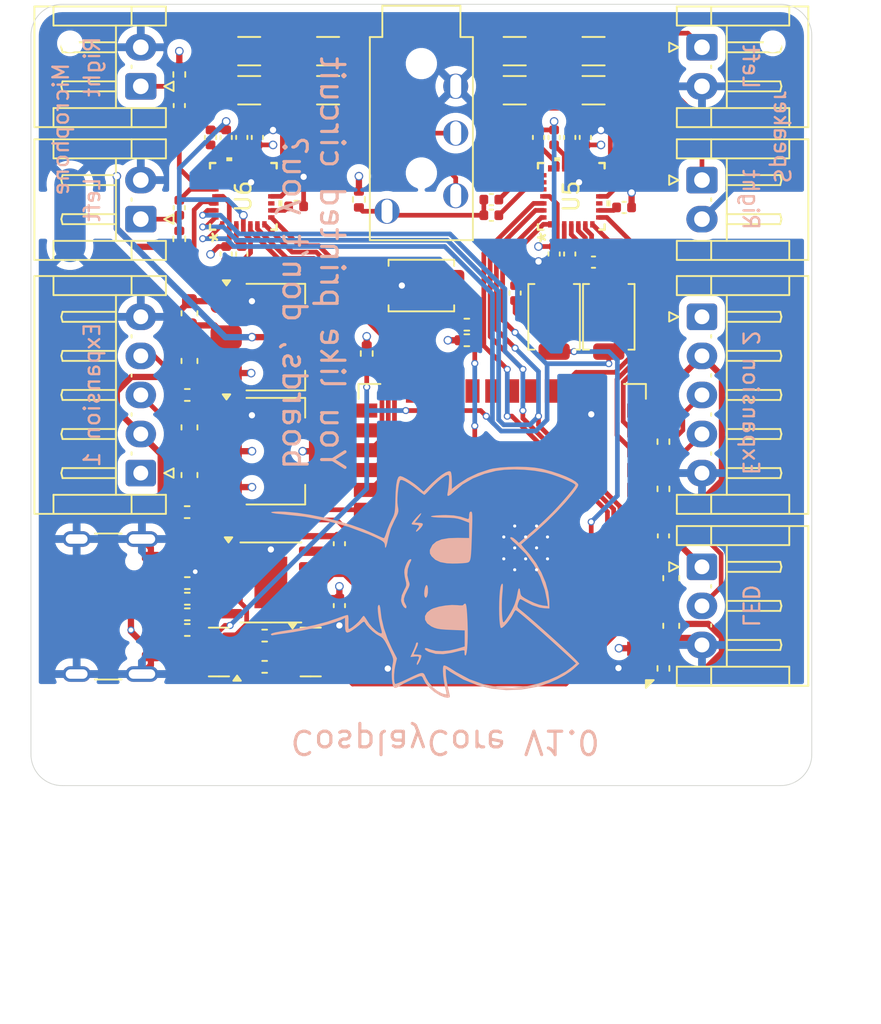
<source format=kicad_pcb>
(kicad_pcb (version 20241229) (generator "pcbnew") (generator_version "9.0")
  (layers (0 "F.Cu" signal) (4 "In1.Cu" signal) (6 "In2.Cu" signal) (2 "B.Cu" signal) (13 "F.Paste" user) (15 "B.Paste" user) (5 "F.SilkS" user "F.Silkscreen") (7 "B.SilkS" user "B.Silkscreen") (1 "F.Mask" user) (3 "B.Mask" user) (25 "Edge.Cuts" user))
  (net 0 "")
  (net 1 "+3V3D")
  (net 2 "GND")
  (net 3 "+5V")
  (net 4 "Net-(U2-V3)")
  (net 5 "+3V3A")
  (net 6 "GNDA")
  (net 7 "/Headset_Left")
  (net 8 "/Headset_Right")
  (net 9 "/Headset_Mic")
  (net 10 "Net-(U5-ROUT1)")
  (net 11 "Net-(U5-HPCOM)")
  (net 12 "/Mic_Left")
  (net 13 "/Mic_Right")
  (net 14 "/MOSI")
  (net 15 "Net-(U5-LOUT1)")
  (net 16 "Net-(U5-VMID)")
  (net 17 "/SPI_CLK")
  (net 18 "Net-(U5-VREF)")
  (net 19 "Net-(U5-LINPUT1)")
  (net 20 "Net-(U5-RINPUT1)")
  (net 21 "/GPIO0")
  (net 22 "/MCU_EN")
  (net 23 "/Ext->Int_Out")
  (net 24 "/Ext->Int_CLK")
  (net 25 "/Ext->Int_LRC")
  (net 27 "/Ext->Int_In")
  (net 28 "/Int->Ext_Select")
  (net 29 "/Int->Ext_LRC")
  (net 30 "Net-(J1-CC2)")
  (net 31 "/Int->Ext_Out")
  (net 32 "/Int->Ext_CLK")
  (net 33 "/Speaker_Right")
  (net 34 "/Int->Ext_In")
  (net 35 "/Speaker_Left")
  (net 36 "Net-(J1-D+-PadA6)")
  (net 38 "Net-(J1-D--PadA7)")
  (net 39 "Net-(J1-CC1)")
  (net 40 "/RTS")
  (net 41 "Net-(Q1-B)")
  (net 42 "/DTR")
  (net 43 "Net-(Q2-B)")
  (net 44 "/USB_D-")
  (net 45 "/USB_D+")
  (net 46 "/Prog_TX")
  (net 47 "/LED_Data")
  (net 49 "/Prog_RX")
  (net 55 "Net-(U6-ROUT1)")
  (net 56 "Net-(U6-HPCOM)")
  (net 57 "Net-(U6-LOUT1)")
  (net 58 "Net-(U6-VMID)")
  (net 59 "Net-(U6-VREF)")
  (net 60 "Net-(U6-LINPUT1)")
  (net 61 "Net-(U6-RINPUT1)")
  (net 67 "/Ext->Int_Select")
  (net 71 "unconnected-(U8-NC-Pad17)")
  (net 80 "/Gen_Button")
  (net 81 "Net-(R11-Pad1)")
  (net 82 "/Out_CLK1")
  (net 83 "/Out_DAT1")
  (net 84 "/Out_CLK2")
  (net 85 "/Out_DAT2")
  (footprint "MountingHole:ToolingHole_1.152mm" (layer "F.Cu") (at 170.5 123.5)
    (property "Reference" "H3" (hide yes))
    (property "Value" "ToolingHole")
  )
  (footprint "Connector_JST:JST_EH_S2B-EH_1x02_P2.50mm_Horizontal" (layer "F.Cu") (at 165.9675 87.25 -90)
    (property "Reference" "J7" (hide yes))
    (property "Value" "Right_Speaker")
  )
  (footprint "Capacitor_SMD:C_1206_3216Metric" (layer "F.Cu") (at 136.975 81.5 180)
    (property "Reference" "C30" (hide yes))
    (property "Value" "100u")
  )
  (footprint "Button_Switch_SMD:SW_SPST_TS-1088-xR020" (layer "F.Cu") (at 156.5 96 -90)
    (property "Reference" "SW2" (hide yes))
    (property "Value" "SW_Push")
  )
  (footprint "Capacitor_SMD:C_0603_1608Metric" (layer "F.Cu") (at 133.15 106.125 -90)
    (property "Reference" "C1" (hide yes))
    (property "Value" "10u")
  )
  (footprint "Capacitor_SMD:C_1206_3216Metric" (layer "F.Cu") (at 159.025 81.5 180)
    (property "Reference" "C14" (hide yes))
    (property "Value" "100u")
  )
  (footprint "Capacitor_SMD:C_0402_1005Metric" (layer "F.Cu") (at 136.5 91.98 90)
    (property "Reference" "C28" (hide yes))
    (property "Value" "100n")
  )
  (footprint "Button_Switch_SMD:SW_SPST_TS-1088-xR020" (layer "F.Cu") (at 148 94)
    (property "Reference" "SW3" (hide yes))
    (property "Value" "SW_Push")
  )
  (footprint "Resistor_SMD:R_0402_1005Metric" (layer "F.Cu") (at 132.5 91.01 -90)
    (property "Reference" "R8" (hide yes))
    (property "Value" "10k")
  )
  (footprint "Capacitor_SMD:C_0402_1005Metric" (layer "F.Cu") (at 135.5 91.98 90)
    (property "Reference" "C25" (hide yes))
    (property "Value" "100n")
  )
  (footprint "Capacitor_SMD:C_1206_3216Metric" (layer "F.Cu") (at 159.025 79 180)
    (property "Reference" "C13" (hide yes))
    (property "Value" "100u")
  )
  (footprint "Resistor_SMD:R_0402_1005Metric" (layer "F.Cu") (at 150.91 97.5 180)
    (property "Reference" "R7" (hide yes))
    (property "Value" "51k")
  )
  (footprint "Capacitor_SMD:C_0402_1005Metric" (layer "F.Cu") (at 163.5 110.02 -90)
    (property "Reference" "C4" (hide yes))
    (property "Value" "100n")
  )
  (footprint "Connector_JST:JST_EH_S5B-EH_1x05_P2.50mm_Horizontal" (layer "F.Cu") (at 130.0325 106 90)
    (property "Reference" "J2" (hide yes))
    (property "Value" "I2C")
  )
  (footprint "Capacitor_SMD:C_0402_1005Metric" (layer "F.Cu") (at 157.5 84.52 -90)
    (property "Reference" "C23" (hide yes))
    (property "Value" "4.7u")
  )
  (footprint "Connector_JST:JST_EH_S2B-EH_1x02_P2.50mm_Horizontal" (layer "F.Cu") (at 165.9675 78.75 -90)
    (property "Reference" "J5" (hide yes))
    (property "Value" "Left_Speaker")
  )
  (footprint "Connector_JST:JST_EH_S2B-EH_1x02_P2.50mm_Horizontal" (layer "F.Cu") (at 130.0325 89.75 90)
    (property "Reference" "J4" (hide yes))
    (property "Value" "Left_Mic")
  )
  (footprint "Capacitor_SMD:C_0603_1608Metric" (layer "F.Cu") (at 133.15 95.775 -90)
    (property "Reference" "C40" (hide yes))
    (property "Value" "22u")
  )
  (footprint "Capacitor_SMD:C_0402_1005Metric" (layer "F.Cu") (at 135.5 84.52 -90)
    (property "Reference" "C33" (hide yes))
    (property "Value" "4.7u")
  )
  (footprint "Capacitor_SMD:C_0402_1005Metric" (layer "F.Cu") (at 156.5 91.98 90)
    (property "Reference" "C12" (hide yes))
    (property "Value" "100n")
  )
  (footprint "Resistor_SMD:R_0402_1005Metric" (layer "F.Cu") (at 163.5 103.99 90)
    (property "Reference" "R15" (hide yes))
    (property "Value" "5.1k" (hide yes))
  )
  (footprint "MountingHole:ToolingHole_1.152mm" (layer "F.Cu") (at 170.5 78.5)
    (property "Reference" "H5" (hide yes))
    (property "Value" "ToolingHole")
  )
  (footprint "Resistor_SMD:R_0402_1005Metric" (layer "F.Cu") (at 137.965 116.4)
    (property "Reference" "R5" (hide yes))
    (property "Value" "10k")
  )
  (footprint "Connector_USB:USB_C_Receptacle_GCT_USB4105-xx-A_16P_TopMnt_Horizontal" (layer "F.Cu") (at 127 114.54 -90)
    (property "Reference" "J1" (hide yes))
    (property "Value" "USB Port")
  )
  (footprint "Package_TO_SOT_SMD:SOT-223-3_TabPin2" (layer "F.Cu") (at 138.65 104.6)
    (property "Reference" "U1" (hide yes))
    (property "Value" "AMS1117-3.3")
  )
  (footprint "Capacitor_SMD:C_0402_1005Metric" (layer "F.Cu") (at 155.5 84.52 -90)
    (property "Reference" "C19" (hide yes))
    (property "Value" "4.7u")
  )
  (footprint "Capacitor_SMD:C_1206_3216Metric" (layer "F.Cu") (at 136.975 79 180)
    (property "Reference" "C31" (hide yes))
    (property "Value" "100u")
  )
  (footprint "Capacitor_SMD:C_0402_1005Metric" (layer "F.Cu") (at 152.48 89.5)
    (property "Reference" "C21" (hide yes))
    (property "Value" "1u")
  )
  (footprint "Capacitor_SMD:C_0402_1005Metric" (layer "F.Cu") (at 157.5 91.98 90)
    (property "Reference" "C15" (hide yes))
    (property "Value" "100n")
  )
  (footprint "Capacitor_SMD:C_1206_3216Metric" (layer "F.Cu") (at 153.975 79 180)
    (property "Reference" "C18" (hide yes))
    (property "Value" "100u")
  )
  (footprint "Resistor_SMD:R_0402_1005Metric" (layer "F.Cu") (at 144.5 98.348403 90)
    (property "Reference" "R14" (hide yes))
    (property "Value" "10k")
  )
  (footprint "Capacitor_SMD:C_0603_1608Metric" (layer "F.Cu") (at 164 115.775 -90)
    (property "Reference" "C10" (hide yes))
    (property "Value" "1u")
  )
  (footprint "Capacitor_SMD:C_0402_1005Metric" (layer "F.Cu") (at 156.5 84.52 -90)
    (property "Reference" "C20" (hide yes))
    (property "Value" "4.7u")
  )
  (footprint "Capacitor_SMD:C_0402_1005Metric" (layer "F.Cu") (at 142.75 110.52 90)
    (property "Reference" "C6" (hide yes))
    (property "Value" "100n")
  )
  (footprint "Capacitor_SMD:C_0402_1005Metric" (layer "F.Cu") (at 134.5 84.52 -90)
    (property "Reference" "C32" (hide yes))
    (property "Value" "4.7u")
  )
  (footprint "Capacitor_SMD:C_0402_1005Metric" (layer "F.Cu") (at 142.75 114.48 90)
    (property "Reference" "C5" (hide yes))
    (property "Value" "100n")
  )
  (footprint "Resistor_SMD:R_0402_1005Metric" (layer "F.Cu") (at 150.91 96.5)
    (property "Reference" "R11" (hide yes))
    (property "Value" "1k")
  )
  (footprint "Resistor_SMD:R_0402_1005Metric" (layer "F.Cu") (at 133.01 115.04)
    (property "Reference" "R2" (hide yes))
    (property "Value" "22")
  )
  (footprint "Package_SO:SSOP-10-1EP_3.9x4.9mm_P1mm_EP2.1x3.3mm" (layer "F.Cu") (at 138.3625 113)
    (property "Reference" "U2" (hide yes))
    (property "Value" "CH340K")
  )
  (footprint "MountingHole:ToolingHole_1.152mm" (layer "F.Cu") (at 125.5 123.5)
    (property "Reference" "H4" (hide yes))
    (property "Value" "ToolingHole")
  )
  (footprint "PJ-320A:PJ-320A" (layer "F.Cu") (at 150.2 76.095 -90)
    (property "Reference" "U4" (hide yes))
    (property "Value" "Headphone Jack")
  )
  (footprint "Package_TO_SOT_SMD:SOT-23" (layer "F.Cu") (at 135.0375 117.45 180)
    (property "Reference" "Q2" (hide yes))
    (property "Value" "MMBT3904")
  )
  (footprint "Capacitor_SMD:C_0402_1005Metric" (layer "F.Cu") (at 160.98 89)
    (property "Reference" "C16" (hide yes))
    (property "Value" "4.7u")
  )
  (footprint "Resistor_SMD:R_0402_1005Metric" (layer "F.Cu") (at 133 108.5 180)
    (property "Reference" "R17" (hide yes))
    (property "Value" "5.1k" (hide yes))
  )
  (footprint "RF_Module:ESP32-WROOM-32E" (layer "F.Cu") (at 153.17665 113.247678 180)
    (property "Reference" "U8" (hide yes))
    (property "Value" "ESP32-WROOM-32E")
  )
  (footprint "Connector_JST:JST_EH_S3B-EH_1x03_P2.50mm_Horizontal" (layer "F.Cu") (at 165.9675 112 -90)
    (property "Reference" "J3" (hide yes))
    (property "Value" "LED")
  )
  (footprint "Resistor_SMD:R_0402_1005Metric" (layer "F.Cu") (at 137.965 118.4 180)
    (property "Reference" "R6" (hide yes))
    (property "Value" "10k")
  )
  (footprint "footprints:QFN28_4X4_CIR" (layer "F.Cu") (at 157.599999 88.2907 90)
    (property "Reference" "U5")
    (property "Value" "WM8988LGECN/V")
  )
  (footprint "Capacitor_SMD:C_0402_1005Metric" (layer "F.Cu") (at 132.5 82.48 -90)
    (property "Reference" "C37" (hide yes))
    (property "Value" "1u")
  )
  (footprint "Connector_JST:JST_EH_S2B-EH_1x02_P2.50mm_Horizontal" (layer "F.Cu") (at 130.0325 81.25 90)
    (property "Reference" "J6" (hide yes))
    (property "Value" "Right_Mic")
  )
  (footprint "Capacitor_SMD:C_0402_1005Metric" (layer "F.Cu") (at 136.5 84.52 -90)
    (property "Reference" "C36" (hide yes))
    (property "Value" "4.7u")
  )
  (footprint "Resistor_SMD:R_0402_1005Metric" (layer "F.Cu") (at 132.5 80.49 90)
    (property "Reference" "R10" (hide yes))
    (property "Value" "10k")
  )
  (footprint "Package_TO_SOT_SMD:SOT-223-3_TabPin2" (layer "F.Cu") (at 138.65 97.3)
    (property "Reference" "U7" (hide yes))
    (property "Value" "AMS1117-3.3")
  )
  (footprint "footprints:QFN28_4X4_CIR" (layer "F.Cu") (at 136.599999 88.2907 90)
    (property "Reference" "U6")
    (property "Value" "WM8988LGECN/V")
  )
  (footprint "Resistor_SMD:R_0402_1005Metric" (layer "F.Cu") (at 163.5 107.01 90)
    (property "Reference" "R12" (hide yes))
    (property "Value" "5.1k" (hide yes))
  )
  (footprint "Resistor_SMD:R_0402_1005Metric" (layer "F.Cu") (at 144 88.49 -90)
    (property "Reference" "R9" (hide yes))
    (property "Value" "10k")
  )
  (footprint "Package_TO_SOT_SMD:SOT-23" (layer "F.Cu") (at 140.9125 117.45)
    (property "Reference" "Q1" (hide yes))
    (property "Value" "MMBT3904")
  )
  (footprint "Resistor_SMD:R_0402_1005Metric" (layer "F.Cu") (at 133.01 116.04)
    (property "Reference" "R4" (hide yes))
    (property "Value" "5.1k")
  )
  (footprint "Resistor_SMD:R_0402_1005Metric" (layer "F.Cu") (at 163.5 118.5 -90)
    (property "Reference" "R13" (hide yes))
    (property "Value" "10k")
  )
  (footprint "Capacitor_SMD:C_1206_3216Metric" (layer "F.Cu") (at 142.025 81.5 180)
    (property "Reference" "C27" (hide yes))
    (property "Value" "100u")
  )
  (footprint "Capacitor_SMD:C_0402_1005Metric" (layer "F.Cu") (at 154 94.48 -90)
    (property "Reference" "C8" (hide yes))
    (property "Value" "100n")
  )
  (footprint "Capacitor_SMD:C_0402_1005Metric" (layer "F.Cu") (at 152.48 88.5)
    (property "Reference" "C24" (hide yes))
    (property "Value" "1u")
  )
  (footprint "Capacitor_SMD:C_0402_1005Metric" (layer "F.Cu") (at 158.5 84.52 -90)
    (property "Reference" "C22" (hide yes))
    (property "Value" "4.7u")
  )
  (footprint "Resistor_SMD:R_0402_1005Metric" (layer "F.Cu") (at 133.01 113.04)
    (property "Reference" "R3" (hide yes))
    (property "Value" "5.1k")
  )
  (footprint "Capacitor_SMD:C_0603_1608Metric" (layer "F.Cu") (at 164 112.725 -90)
    (property "Reference" "C9" (hide yes))
    (property "Value" "100n")
  )
  (footprint "Capacitor_SMD:C_0603_1608Metric" (layer "F.Cu") (at 133.15 103.075 -90)
    (property "Reference" "C3" (hide yes))
    (property "Value" "22u")
  )
  (footprint "Capacitor_SMD:C_0402_1005Metric" (layer "F.Cu") (at 132.5 89.02 90)
    (property "Reference" "C34" (hide yes))
    (property "Value" "1u")
  )
  (footprint "Capacitor_SMD:C_0402_1005Metric" (layer "F.Cu") (at 159.02 92.5)
    (property "Reference" "C7" (hide yes))
    (property "Value" "100n")
  )
  (footprint "MountingHole:ToolingHole_1.152mm" (layer "F.Cu") (at 125.5 78.5)
    (property "Reference" "H2" (hide yes))
    (property "Value" "ToolingHole")
  )
  (footprint "Resistor_SMD:R_0402_1005Metric" (layer "F.Cu") (at 133.01 114.04)
    (property "Reference" "R1" (hide yes))
    (property "Value" "22")
  )
  (footprint "Capacitor_SMD:C_1206_3216Metric" (layer "F.Cu") (at 153.975 81.5 180)
    (property "Reference" "C17" (hide yes))
    (property "Value" "100u")
  )
  (footprint "Button_Switch_SMD:SW_SPST_TS-1088-xR020" (layer "F.Cu") (at 160 96 -90)
    (property "Reference" "SW1" (hide yes))
    (property "Value" "SW_Push")
  )
  (footprint "Connector_JST:JST_EH_S5B-EH_1x05_P2.50mm_Horizontal" (layer "F.Cu") (at 165.9675 96 -90)
    (property "Reference" "J8" (hide yes))
    (property "Value" "I2C")
  )
  (footprint "Capacitor_SMD:C_1206_3216Metric" (layer "F.Cu") (at 142.025 79 180)
    (property "Reference" "C26" (hide yes))
    (property "Value" "100u")
  )
  (footprint "Capacitor_SMD:C_0603_1608Metric" (layer "F.Cu") (at 133.15 98.825 -90)
    (property "Reference" "C39" (hide yes))
    (property "Value" "10u")
  )
  (footprint "Resistor_SMD:R_0402_1005Metric" (layer "F.Cu") (at 133.01 101)
    (property "Reference" "R16" (hide yes))
    (property "Value" "5.1k" (hide yes))
  )
  (footprint "Capacitor_SMD:C_0402_1005Metric" (layer "F.Cu") (at 139.98 88.931199)
    (property "Reference" "C29" (hide yes))
    (property "Value" "4.7u")
  )
  (footprint "Capacitor_SMD:C_0402_1005Metric" (layer "F.Cu") (at 137.5 84.52 -90)
    (property "Reference" "C35" (hide yes))
    (property "Value" "4.7u")
  )
  (footprint "NetTie:NetTie-2_SMD_Pad2.0mm" (layer "B.Cu") (at 125.5 89.5 90)
    (property "Reference" "NT2" (hide yes))
    (property "Value" "NetTie_2" (hide yes))
  )
  (footprint "LOGO" (layer "B.Cu") (at 149 113 90)
    (property "Reference" "G***" (hide yes))
    (property "Value" "LOGO" (hide yes))
  )
  (gr_line (start 173 78) (end 173 124) (stroke (width 0.05)) (layer "Edge.Cuts"))
  (gr_arc (start 171 76) (mid 172.414214 76.585786) (end 173 78) (stroke (width 0.05)) (layer "Edge.Cuts"))
  (gr_line (start 123 124) (end 123 78) (stroke (width 0.05)) (layer "Edge.Cuts"))
  (gr_arc (start 125 126) (mid 123.585786 125.414214) (end 123 124) (stroke (width 0.05)) (layer "Edge.Cuts"))
  (gr_arc (start 123 78) (mid 123.585786 76.585786) (end 125 76) (stroke (width 0.05)) (layer "Edge.Cuts"))
  (gr_line (start 125 76) (end 171 76) (stroke (width 0.05)) (layer "Edge.Cuts"))
  (gr_line (start 171 126) (end 125 126) (stroke (width 0.05)) (layer "Edge.Cuts"))
  (gr_arc (start 173 124) (mid 172.414214 125.414214) (end 171 126) (stroke (width 0.05)) (layer "Edge.Cuts"))
  (gr_text "Right" (at 168.5 88.5 270) (layer "B.SilkS") (effects (font (size 1 1)) (justify bottom mirror)))
  (gr_text "Left" (at 127.5 88.5 90) (layer "B.SilkS") (effects (font (size 1 1)) (justify bottom mirror)))
  (gr_text "Speaker" (at 170.5 84.5 270) (layer "B.SilkS") (effects (font (size 1 1)) (justify bottom mirror)))
  (gr_text "CosplayCore V1.0" (at 139.5 122.325 180) (layer "B.SilkS") (effects (font (size 1.5 1.5) (thickness 0.2)) (justify left bottom mirror)))
  (gr_text "LED" (at 168.5 114.5 270) (layer "B.SilkS") (effects (font (size 1 1)) (justify bottom mirror)))
  (gr_text "Left" (at 168.5 80 270) (layer "B.SilkS") (effects (font (size 1 1)) (justify bottom mirror)))
  (gr_text "You like printed circuit\nboards, don't you?" (at 139 105.91 270) (layer "B.SilkS") (effects (font (size 1.5 1.5) (thickness 0.2)) (justify left bottom mirror)))
  (gr_text "Right" (at 127.5 80 90) (layer "B.SilkS") (effects (font (size 1 1)) (justify bottom mirror)))
  (gr_text "Expansion 2" (at 168.5 101.5 270) (layer "B.SilkS") (effects (font (size 1 1)) (justify bottom mirror)))
  (gr_text "Microphone" (at 125.5 84 90) (layer "B.SilkS") (effects (font (size 1 1)) (justify bottom mirror)))
  (gr_text "Expansion 1" (at 127.5 101 90) (layer "B.SilkS") (effects (font (size 1 1)) (justify bottom mirror)))
  (segment (start 167.2435 106.47676) (end 167.2435 99.776) (width 0.4) (layer "F.Cu") (net 1))
  (segment (start 160.65 117.208403) (end 162 117.208403) (width 0.4) (layer "F.Cu") (net 1))
  (segment (start 144.5 97.838403) (end 144.5 97.25) (width 0.4) (layer "F.Cu") (net 1))
  (segment (start 164 115) (end 164.651 115.651) (width 0.4) (layer "F.Cu") (net 1))
  (segment (start 165.71026 119.01) (end 163.5 119.01) (width 0.4) (layer "F.Cu") (net 1))
  (segment (start 135.699998 90.0814) (end 135.699998 91.300002) (width 0.3) (layer "F.Cu") (net 1))
  (segment (start 161.92665 117.237678) (end 162.237678 117.237678) (width 0.2) (layer "F.Cu") (net 1))
  (segment (start 156.699998 88.786498) (end 156.699998 90.0814) (width 0.3) (layer "F.Cu") (net 1))
  (segment (start 163.5 100.9675) (end 165.9675 98.5) (width 0.4) (layer "F.Cu") (net 1))
  (segment (start 141 114) (end 142.75 114) (width 0.4) (layer "F.Cu") (net 1))
  (segment (start 133.15 103.85) (end 134.75 103.85) (width 0.4) (layer "F.Cu") (net 1))
  (segment (start 135.699998 91.300002) (end 135.5 91.5) (width 0.3) (layer "F.Cu") (net 1))
  (segment (start 128.5 101.9675) (end 130.0325 103.5) (width 0.4) (layer "F.Cu") (net 1))
  (segment (start 156.5 91.5) (end 155.5 91.5) (width 0.3) (layer "F.Cu") (net 1))
  (segment (start 135.699998 88.699998) (end 135.699998 90.0814) (width 0.3) (layer "F.Cu") (net 1))
  (segment (start 136.15 90.0814) (end 136.15 91.15) (width 0.3) (layer "F.Cu") (net 1))
  (segment (start 162.979 118.489) (end 163.5 119.01) (width 0.2) (layer "F.Cu") (net 1))
  (segment (start 156.699998 91.300002) (end 156.5 91.5) (width 0.3) (layer "F.Cu") (net 1))
  (segment (start 167.2435 99.776) (end 165.9675 98.5) (width 0.4) (layer "F.Cu") (net 1))
  (segment (start 166.20026 107.52) (end 167.2435 106.47676) (width 0.4) (layer "F.Cu") (net 1))
  (segment (start 156.699998 90.0814) (end 156.699998 91.300002) (width 0.3) (layer "F.Cu") (net 1))
  (segment (start 131.349 99.849) (end 129.43074 99.849) (width 0.4) (layer "F.Cu") (net 1))
  (segment (start 134.809299 88.2907) (end 135.2907 88.2907) (width 0.3) (layer "F.Cu") (net 1))
  (segment (start 132.49 108.5) (end 131.3085 107.3185) (width 0.4) (layer "F.Cu") (net 1))
  (segment (start 162.979 117.979) (end 162.979 118.489) (width 0.2) (layer "F.Cu") (net 1))
  (segment (start 163.5 103.48) (end 163.5 100.9675) (width 0.4) (layer "F.Cu") (net 1))
  (segment (start 167.2435 117.47676) (end 165.71026 119.01) (width 0.4) (layer "F.Cu") (net 1))
  (segment (start 164 113.5) (end 164 115) (width 0.4) (layer "F.Cu") (net 1))
  (segment (start 155.809299 88.2907) (end 156.2042 88.2907) (width 0.3) (layer "F.Cu") (net 1))
  (segment (start 135.2907 88.2907) (end 135.699998 88.699998) (width 0.3) (layer "F.Cu") (net 1))
  (segment (start 135.5 91.5) (end 135 91.5) (width 0.3) (layer "F.Cu") (net 1))
  (segment (start 157.15 90.0814) (end 157.15 91.15) (width 0.3) (layer "F.Cu") (net 1))
  (segment (start 135 91.5) (end 134.5 92) (width 0.3) (layer "F.Cu") (net 1))
  (segment (start 136.5 91.5) (end 135.5 91.5) (width 0.3) (layer "F.Cu") (net 1))
  (segment (start 135.5 104.6) (end 137.15 104.6) (width 0.4) (layer "F.Cu") (net 1))
  (segment (start 131.3085 104.776) (end 130.0325 103.5) (width 0.4) (layer "F.Cu") (net 1))
  (segment (start 142.75 114) (end 142.75 113.25) (width 0.4) (layer "F.Cu") (net 1))
  (segment (start 129.43074 99.849) (end 128.5 100.77974) (width 0.4) (layer "F.Cu") (net 1))
  (segment (start 131.3085 107.3185) (end 131.3085 104.776) (width 0.4) (layer "F.Cu") (net 1))
  (segment (start 157.15 91.15) (end 157.5 91.5) (width 0.3) (layer "F.Cu") (net 1))
  (segment (start 128.5 100.77974) (end 128.5 101.9675) (width 0.4) (layer "F.Cu") (net 1))
  (segment (start 166.37126 115.651) (end 167.2435 116.52324) (width 0.4) (layer "F.Cu") (net 1))
  (segment (start 136.15 91.15) (end 136.5 91.5) (width 0.3) (layer "F.Cu") (net 1))
  (segment (start 140.4 104.6) (end 141.8 104.6) (width 0.4) (layer "F.Cu") (net 1))
  (segment (start 163.5 107.52) (end 166.20026 107.52) (width 0.4) (layer "F.Cu") (net 1))
  (segment (start 156.2042 88.2907) (end 156.699998 88.786498) (width 0.3) (layer "F.Cu") (net 1))
  (segment (start 132.5 101) (end 131.349 99.849) (width 0.4) (layer "F.Cu") (net 1))
  (segment (start 149.7 97.5) (end 150.4 97.5) (width 0.4) (layer "F.Cu") (net 1))
  (segment (start 167.2435 116.52324) (end 167.2435 117.47676) (width 0.4) (layer "F.Cu") (net 1))
  (segment (start 134.75 103.85) (end 135.5 104.6) (width 0.4) (layer "F.Cu") (net 1))
  (segment (start 162.237678 117.237678) (end 162.979 117.979) (width 0.2) (layer "F.Cu") (net 1))
  (segment (start 164.651 115.651) (end 166.37126 115.651) (width 0.4) (layer "F.Cu") (net 1))
  (via (at 140.4 104.6) (size 0.55) (drill 0.4) (layers "F.Cu" "B.Cu") (net 1))
  (via (at 155.5 91.5) (size 0.55) (drill 0.4) (layers "F.Cu" "B.Cu") (net 1))
  (via (at 149.7 97.5) (size 0.55) (drill 0.4) (layers "F.Cu" "B.Cu") (net 1))
  (via (at 144.5 97.25) (size 0.55) (drill 0.4) (layers "F.Cu" "B.Cu") (net 1))
  (via (at 137.15 104.6) (size 0.55) (drill 0.4) (layers "F.Cu" "B.Cu") (net 1))
  (via (at 160.65 117.208403) (size 0.55) (drill 0.4) (layers "F.Cu" "B.Cu") (net 1))
  (via (at 142.75 113.25) (size 0.55) (drill 0.4) (layers "F.Cu" "B.Cu") (net 1))
  (via (at 134.5 92) (size 0.55) (drill 0.4) (layers "F.Cu" "B.Cu") (net 1))
  (segment (start 157.599999 90.0814) (end 157.599999 90.733161) (width 0.3) (layer "F.Cu") (net 2))
  (segment (start 133.15 102.3) (end 135.5 102.3) (width 0.4) (layer "F.Cu") (net 2))
  (segment (start 164 116.55) (end 165.5175 116.55) (width 0.4) (layer "F.Cu") (net 2))
  (segment (start 145.848403 118.51) (end 144.419122 118.51) (width 0.4) (layer "F.Cu") (net 2))
  (segment (start 137.061 91.061) (end 136.75 90.75) (width 0.3) (layer "F.Cu") (net 2))
  (segment (start 136.75 90.75) (end 136.599999 90.599999) (width 0.3) (layer "F.Cu") (net 2))
  (segment (start 132.374 97.274) (end 132.374 95.776) (width 0.4) (layer "F.Cu") (net 2))
  (segment (start 138.3625 110.8875) (end 138.3625 113) (width 0.4) (layer "F.Cu") (net 2))
  (segment (start 155.5 84.04) (end 156.5 84.04) (width 0.3) (layer "F.Cu") (net 2))
  (segment (start 133.15 95) (end 135.5 95) (width 0.4) (layer "F.Cu") (net 2))
  (segment (start 154 93.96) (end 155.5 92.46) (width 0.4) (layer "F.Cu") (net 2))
  (segment (start 130.68 117.74) (end 130.68 118.285) (width 0.4) (layer "F.Cu") (net 2))
  (segment (start 136.5 92.46) (end 137.061 91.899) (width 0.3) (layer "F.Cu") (net 2))
  (segment (start 157.54 92.5) (end 157.5 92.46) (width 0.4) (layer "F.Cu") (net 2))
  (segment (start 132.95 102.1) (end 133.15 102.3) (width 0.4) (layer "F.Cu") (net 2))
  (segment (start 132.85 102.6) (end 133.15 102.3) (width 0.4) (layer "F.Cu") (net 2))
  (segment (start 156.5 93.775) (end 156.5 92.46) (width 0.4) (layer "F.Cu") (net 2))
  (segment (start 157.5 92.46) (end 156.5 92.46) (width 0.3) (layer "F.Cu") (net 2))
  (segment (start 133.52 116.04) (end 134.5865 114.9735) (width 0.4) (layer "F.Cu") (net 2))
  (segment (start 137.061 91.899) (end 137.061 91.061) (width 0.3) (layer "F.Cu") (net 2))
  (segment (start 142.75 110.04) (end 139.21 110.04) (width 0.4) (layer "F.Cu") (net 2))
  (segment (start 132.374 95.776) (end 133.15 95) (width 0.4) (layer "F.Cu") (net 2))
  (segment (start 160 93.775) (end 156.5 93.775) (width 0.4) (layer "F.Cu") (net 2))
  (segment (start 135.5 102.3) (end 137.15 102.3) (width 0.4) (layer "F.Cu") (net 2))
  (segment (start 162.28 118.758403) (end 162 118.478403) (width 0.4) (layer "F.Cu") (net 2))
  (segment (start 136.599999 89.5) (end 136.599999 90.0814) (width 0.3) (layer "F.Cu") (net 2))
  (segment (start 133.15 105.35) (end 132.374 104.574) (width 0.4) (layer "F.Cu") (net 2))
  (segment (start 134.5865 113.659032) (end 135.245532 113) (width 0.4) (layer "F.Cu") (net 2))
  (segment (start 156.5 84.04) (end 156.5 83.5) (width 0.3) (layer "F.Cu") (net 2))
  (segment (start 163.5 110.5) (end 163.5 111.45) (width 0.4) (layer "F.Cu") (net 2))
  (segment (start 130.68 111.34) (end 130.68 110.795) (width 0.4) (layer "F.Cu") (net 2))
  (segment (start 132.374 104.574) (end 132.374 103.076) (width 0.4) (layer "F.Cu") (net 2))
  (segment (start 139.21 110.04) (end 138.3625 110.8875) (width 0.4) (layer "F.Cu") (net 2))
  (segment (start 158.061 91.899) (end 157.5 92.46) (width 0.3) (layer "F.Cu") (net 2))
  (segment (start 130.68 118.285) (end 130.105 118.86) (width 0.4) (layer "F.Cu") (net 2))
  (segment (start 158.061 91.194162) (end 158.061 91.899) (width 0.3) (layer "F.Cu") (net 2))
  (segment (start 134.5 84.04) (end 135.5 84.04) (width 0.3) (layer "F.Cu") (net 2))
  (segment (start 163.224 115.774) (end 164 116.55) (width 0.4) (layer "F.Cu") (net 2))
  (segment (start 135.245532 113) (end 135.725 113) (width 0.4) (layer "F.Cu") (net 2))
  (segment (start 158.879122 102.237525) (end 158.879122 100.75) (width 0.4) (layer "F.Cu") (net 2))
  (segment (start 162.16 118.318403) (end 162 118.478403) (width 0.4) (layer "F.Cu") (net 2))
  (segment (start 155.5 92.46) (end 156.5 92.46) (width 0.3) (layer "F.Cu") (net 2))
  (segment (start 130.68 110.795) (end 130.105 110.22) (width 0.4) (layer "F.Cu") (net 2))
  (segment (start 145.775 94) (end 146.75 94) (width 0.3) (layer "F.Cu") (net 2))
  (segment (start 135.725 113) (end 138.3625 113) (width 0.4) (layer "F.Cu") (net 2))
  (segment (start 145.775 94) (end 145.5 94) (width 0.3) (layer "F.Cu") (net 2))
  (segment (start 157.599999 90.733161) (end 158.061 91.194162) (width 0.3) (layer "F.Cu") (net 2))
  (segment (start 135.5 84.04) (end 135.5 83.5) (width 0.3) (layer "F.Cu") (net 2))
  (segment (start 135.5 92.46) (end 136.5 92.46) (width 0.3) (layer "F.Cu") (net 2))
  (segment (start 163.224 112.726) (end 163.224 115.774) (width 0.4) (layer "F.Cu") (net 2))
  (segment (start 164 111.95) (end 163.224 112.726) (width 0.4) (layer "F.Cu") (net 2))
  (segment (start 142.75 114.96) (end 142.75 115.75) (width 0.4) (layer "F.Cu") (net 2))
  (segment (start 137.15 95) (end 135.5 95) (width 0.4) (layer "F.Cu") (net 2))
  (segment (start 160.62 118.478403) (end 162 118.478403) (width 0.4) (layer "F.Cu") (net 2))
  (segment (start 132.374 103.076) (end 133.15 102.3) (width 0.4) (layer "F.Cu") (net 2))
  (segment (start 158.54 92.5) (end 157.54 92.5) (width 0.4) (layer "F.Cu") (net 2))
  (segment (start 136.599999 90.599999) (end 136.599999 90.0814) (width 0.3) (layer "F.Cu") (net 2))
  (segment (start 133.15 98.05) (end 132.374 97.274) (width 0.4) (layer "F.Cu") (net 2))
  (segment (start 163.5 111.45) (end 164 111.95) (width 0.4) (layer "F.Cu") (net 2))
  (segment (start 134.5865 114.9735) (end 134.5865 113.659032) (width 0.4) (layer "F.Cu") (net 2))
  (segment (start 165.5175 116.55) (end 165.9675 117) (width 0.4) (layer "F.Cu") (net 2))
  (segment (start 154 94) (end 154 93.96) (width 0.4) (layer "F.Cu") (net 2))
  (segment (start 133.52 112.31) (end 133.52 113.04) (width 0.4) (layer "F.Cu") (net 2))
  (via (at 155.5 92.46) (size 0.55) (drill 0.4) (layers "F.Cu" "B.Cu") (net 2))
  (via (at 158.879122 102.237525) (size 0.55) (drill 0.4) (layers "F.Cu" "B.Cu") (net 2))
  (via (at 142.75 115.75) (size 0.55) (drill 0.4) (layers "F.Cu" "B.Cu") (net 2))
  (via (at 138.3625 110.8875) (size 0.55) (drill 0.4) (layers "F.Cu" "B.Cu") (net 2))
  (via (at 135.5 83.5) (size 0.55) (drill 0.4) (layers "F.Cu" "B.Cu") (net 2))
  (via (at 137.15 102.3) (size 0.55) (drill 0.4) (layers "F.Cu" "B.Cu") (net 2))
  (via (at 156.5 83.5) (size 0.55) (drill 0.4) (layers "F.Cu" "B.Cu") (net 2))
  (via (at 160.62 118.478403) (size 0.55) (drill 0.4) (layers "F.Cu" "B.Cu") (net 2))
  (via (at 136.599999 89.5) (size 0.55) (drill 0.4) (layers "F.Cu" "B.Cu") (net 2))
  (via (at 146.75 94) (size 0.55) (drill 0.4) (layers "F.Cu" "B.Cu") (net 2))
  (via (at 145.848403 118.51) (size 0.55) (drill 0.4) (layers "F.Cu" "B.Cu") (net 2))
  (via (at 137.15 95) (size 0.55) (drill 0.4) (layers "F.Cu" "B.Cu") (net 2))
  (via (at 133.52 112.31) (size 0.45) (drill 0.3) (layers "F.Cu" "B.Cu") (net 2))
  (segment (start 132.5 88.5) (end 132.5 91) (width 0.3) (layer "B.Cu") (net 2))
  (segment (start 135.599999 88.5) (end 132.5 88.5) (width 0.3) (layer "B.Cu") (net 2))
  (segment (start 156.5 83.5) (end 156.5 90.5) (width 0.3) (layer "B.Cu") (net 2))
  (segment (start 156.5 90.5) (end 156.5 91.5) (width 0.3) (layer "B.Cu") (net 2))
  (segment (start 135.5 83.5) (end 132.5 86.5) (width 0.3) (layer "B.Cu") (net 2))
  (segment (start 136.599999 89.5) (end 135.599999 88.5) (width 0.3) (layer "B.Cu") (net 2))
  (segment (start 132.5 86.5) (end 132.5 88.5) (width 0.3) (layer "B.Cu") (net 2))
  (segment (start 133.15 99.6) (end 135.5 99.6) (width 0.4) (layer "F.Cu") (net 3))
  (segment (start 135.5 106.9) (end 133.15 106.9) (width 0.4) (layer "F.Cu") (net 3))
  (segment (start 130.68 112.14) (end 130.221176 112.14) (width 0.4) (layer "F.Cu") (net 3))
  (segment (start 137.1 99.6) (end 135.5 99.6) (width 0.4) (layer "F.Cu") (net 3))
  (segment (start 135.5 106.9) (end 137.15 106.9) (width 0.4) (layer "F.Cu") (net 3))
  (segment (start 165.9675 112) (end 165.96 112) (width 0.4) (layer "F.Cu") (net 3))
  (segment (start 129.403 112.958176) (end 129.403 116.04) (width 0.4) (layer "F.Cu") (net 3))
  (segment (start 130.221176 112.14) (end 129.403 112.958176) (width 0.4) (layer "F.Cu") (net 3))
  (segment (start 129.403 116.04) (end 129.403 116.13057) (width 0.4) (layer "F.Cu") (net 3))
  (segment (start 130.68 112.14) (end 131.35 112.14) (width 0.4) (layer "F.Cu") (net 3))
  (segment (start 129.403 116.13057) (end 130.21243 116.94) (width 0.4) (layer "F.Cu") (net 3))
  (segment (start 133.225 106.975) (end 133.15 106.9) (width 0.4) (layer "F.Cu") (net 3))
  (segment (start 130.21243 116.94) (end 130.68 116.94) (width 0.4) (layer "F.Cu") (net 3))
  (segment (start 165.96 112) (end 163.5 109.54) (width 0.4) (layer "F.Cu") (net 3))
  (segment (start 130.0325 106) (end 130.225 106) (width 0.4) (layer "F.Cu") (net 3))
  (via (at 137.1 99.6) (size 0.55) (drill 0.4) (layers "F.Cu" "B.Cu") (net 3))
  (via (at 137.15 106.9) (size 0.55) (drill 0.4) (layers "F.Cu" "B.Cu") (net 3))
  (via (at 129.403 116.04) (size 0.45) (drill 0.3) (layers "F.Cu" "B.Cu") (net 3))
  (segment (start 142.75 111) (end 141 111) (width 0.3) (layer "F.Cu") (net 4))
  (segment (start 133.15 96.55) (end 134.75 96.55) (width 0.4) (layer "F.Cu") (net 5))
  (segment (start 134.75 96.55) (end 135.5 97.3) (width 0.4) (layer "F.Cu") (net 5))
  (segment (start 158.5 85) (end 159.5 85) (width 0.3) (layer "F.Cu") (net 5))
  (segment (start 158.049998 85.549998) (end 157.5 85) (width 0.3) (layer "F.Cu") (net 5))
  (segment (start 137.5 97.3) (end 141.8 97.3) (width 0.4) (layer "F.Cu") (net 5))
  (segment (start 136.5 85) (end 137.5 85) (width 0.3) (layer "F.Cu") (net 5))
  (segment (start 137.5 85) (end 138.5 85) (width 0.3) (layer "F.Cu") (net 5))
  (segment (start 129.66634 91.52) (end 128.5 90.35366) (width 0.4) (layer "F.Cu") (net 5))
  (segment (start 137.5 86.5) (end 137.5 85) (width 0.3) (layer "F.Cu") (net 5))
  (segment (start 137.049998 86.5) (end 137.049998 85.549998) (width 0.3) (layer "F.Cu") (net 5))
  (segment (start 158.5 85) (end 158.5 86.5) (width 0.3) (layer "F.Cu") (net 5))
  (segment (start 158.049998 86.5) (end 158.049998 85.549998) (width 0.3) (layer "F.Cu") (net 5))
  (segment (start 132.5 91.52) (end 129.66634 91.52) (width 0.4) (layer "F.Cu") (net 5))
  (segment (start 135.5 97.3) (end 137.5 97.3) (width 0.4) (layer "F.Cu") (net 5))
  (segment (start 128.5 90.35366) (end 128.5 87) (width 0.4) (layer "F.Cu") (net 5))
  (segment (start 132.5 79.98) (end 132.5 79) (width 0.4) (layer "F.Cu") (net 5))
  (segment (start 137.049998 85.549998) (end 136.5 85) (width 0.3) (layer "F.Cu") (net 5))
  (segment (start 144 87.98) (end 144 87) (width 0.4) (layer "F.Cu") (net 5))
  (via (at 144 87) (size 0.55) (drill 0.4) (layers "F.Cu" "B.Cu") (net 5))
  (via (at 137.15 97.3) (size 0.55) (drill 0.4) (layers "F.Cu" "B.Cu") (net 5))
  (via (at 132.5 79) (size 0.55) (drill 0.4) (layers "F.Cu" "B.Cu") (net 5))
  (via (at 159.5 85) (size 0.55) (drill 0.4) (layers "F.Cu" "B.Cu") (net 5))
  (via (at 128.5 87) (size 0.55) (drill 0.4) (layers "F.Cu" "B.Cu") (net 5))
  (via (at 138.5 85) (size 0.55) (drill 0.4) (layers "F.Cu" "B.Cu") (net 5))
  (segment (start 135.44634 97.3) (end 128.5 90.35366) (width 0.4) (layer "B.Cu") (net 5))
  (segment (start 128.5 90.35366) (end 128.5 87) (width 0.4) (layer "B.Cu") (net 5))
  (segment (start 137.15 97.3) (end 135.44634 97.3) (width 0.4) (layer "B.Cu") (net 5))
  (segment (start 137.5 84.04) (end 138.5 84.04) (width 0.3) (layer "F.Cu") (net 6))
  (segment (start 159.5 84.04) (end 158.5 84.04) (width 0.3) (layer "F.Cu") (net 6))
  (segment (start 157.599999 86.5) (end 157.599999 86.894901) (width 0.3) (layer "F.Cu") (net 6))
  (segment (start 158.095797 87.390699) (end 159.390699 87.390699) (width 0.3) (layer "F.Cu") (net 6))
  (segment (start 138.5 84) (end 138.5 84.04) (width 0.3) (layer "F.Cu") (net 6))
  (segment (start 136.599999 86.894901) (end 137.095797 87.390699) (width 0.3) (layer "F.Cu") (net 6))
  (segment (start 136.599999 86.5) (end 136.599999 86.894901) (width 0.3) (layer "F.Cu") (net 6))
  (segment (start 137.095797 87.390699) (end 138.390699 87.390699) (width 0.3) (layer "F.Cu") (net 6))
  (segment (start 157.599999 86.894901) (end 158.095797 87.390699) (width 0.3) (layer "F.Cu") (net 6))
  (segment (start 161.46 88.04) (end 161.46 89) (width 0.4) (layer "F.Cu") (net 6))
  (segment (start 137.5 84.04) (end 136.5 84.04) (width 0.3) (layer "F.Cu") (net 6))
  (segment (start 140.46 87.04) (end 140.46 88.931199) (width 0.3) (layer "F.Cu") (net 6))
  (segment (start 157.5 84.04) (end 158.5 84.04) (width 0.3) (layer "F.Cu") (net 6))
  (via (at 159.5 84.04) (size 0.55) (drill 0.4) (layers "F.Cu" "B.Cu") (net 6))
  (via (at 138.5 84.04) (size 0.55) (drill 0.4) (layers "F.Cu" "B.Cu") (net 6))
  (via (at 137.095797 87.390699) (size 0.55) (drill 0.4) (layers "F.Cu" "B.Cu") (net 6))
  (via (at 161.46 88.04) (size 0.55) (drill 0.4) (layers "F.Cu" "B.Cu") (net 6))
  (via (at 158.095797 87.390699) (size 0.55) (drill 0.4) (layers "F.Cu" "B.Cu") (net 6))
  (via (at 140.46 87.04) (size 0.55) (drill 0.4) (layers "F.Cu" "B.Cu") (net 6))
  (segment (start 165.9675 89.75) (end 168 87.7175) (width 0.4) (layer "B.Cu") (net 6))
  (segment (start 168 87.7175) (end 168 87) (width 0.4) (layer "B.Cu") (net 6))
  (segment (start 143.309552 83) (end 145 83) (width 0.3) (layer "F.Cu") (net 7))
  (segment (start 142.5 79.259552) (end 142.5 82.190448) (width 0.3) (layer "F.Cu") (net 7))
  (segment (start 146.646 84.646) (end 147.73237 84.646) (width 0.3) (layer "F.Cu") (net 7))
  (segment (start 141.089448 77.849) (end 142.5 79.259552) (width 0.3) (layer "F.Cu") (net 7))
  (segment (start 150.2 87.11363) (end 150.2 88.245) (width 0.3) (layer "F.Cu") (net 7))
  (segment (start 139.601 77.849) (end 141.089448 77.849) (width 0.3) (layer "F.Cu") (net 7))
  (segment (start 145 83) (end 146.646 84.646) (width 0.3) (layer "F.Cu") (net 7))
  (segment (start 138.45 79) (end 138.45 81.5) (width 0.3) (layer "F.Cu") (net 7))
  (segment (start 138.45 79) (end 139.601 77.849) (width 0.3) (layer "F.Cu") (net 7))
  (segment (start 147.73237 84.646) (end 150.2 87.11363) (width 0.3) (layer "F.Cu") (net 7))
  (segment (start 142.5 82.190448) (end 143.309552 83) (width 0.3) (layer "F.Cu") (net 7))
  (segment (start 143.5 79) (end 143.5 81.5) (width 0.3) (layer "F.Cu") (net 8))
  (segment (start 143.5 81.5) (end 144.5 81.5) (width 0.3) (layer "F.Cu") (net 8))
  (segment (start 144.5 81.5) (end 147.245 84.245) (width 0.3) (layer "F.Cu") (net 8))
  (segment (start 147.245 84.245) (end 150.2 84.245) (width 0.3) (layer "F.Cu") (net 8))
  (segment (start 145.8 89.245) (end 144.245 89.245) (width 0.3) (layer "F.Cu") (net 9))
  (segment (start 144.245 89.245) (end 144 89) (width 0.3) (layer "F.Cu") (net 9))
  (segment (start 152 89.5) (end 152 88.5) (width 0.3) (layer "F.Cu") (net 9))
  (segment (start 146.055 89.5) (end 152 89.5) (width 0.3) (layer "F.Cu") (net 9))
  (segment (start 145.8 89.245) (end 146.055 89.5) (width 0.3) (layer "F.Cu") (net 9))
  (segment (start 157.55 79) (end 157.55 81.5) (width 0.3) (layer "F.Cu") (net 10))
  (segment (start 159.390699 88.2907) (end 159.902698 88.2907) (width 0.3) (layer "F.Cu") (net 10))
  (segment (start 158.55 81.5) (end 157.55 81.5) (width 0.3) (layer "F.Cu") (net 10))
  (segment (start 160.502 87.691398) (end 160.502 83.452) (width 0.3) (layer "F.Cu") (net 10))
  (segment (start 160.502 83.452) (end 158.55 81.5) (width 0.3) (layer "F.Cu") (net 10))
  (segment (start 159.902698 88.2907) (end 160.502 87.691398) (width 0.3) (layer "F.Cu") (net 10))
  (segment (start 159.390699 89.190701) (end 160.309299 89.190701) (width 0.3) (layer "F.Cu") (net 11))
  (segment (start 160.309299 89.190701) (end 160.5 89) (width 0.3) (layer "F.Cu") (net 11))
  (segment (start 132.25 89.75) (end 132.5 89.5) (width 0.3) (layer "F.Cu") (net 12))
  (segment (start 132.5 90) (end 132.25 89.75) (width 0.3) (layer "F.Cu") (net 12))
  (segment (start 132.5 90.5) (end 132.5 90) (width 0.3) (layer "F.Cu") (net 12))
  (segment (start 130.0325 89.75) (end 132.25 89.75) (width 0.3) (layer "F.Cu") (net 12))
  (segment (start 130.0325 81.25) (end 132.25 81.25) (width 0.3) (layer "F.Cu") (net 13))
  (segment (start 131.75 81.25) (end 132.5 82) (width 0.3) (layer "F.Cu") (net 13))
  (segment (start 130.0325 81.25) (end 131.75 81.25) (width 0.3) (layer "F.Cu") (net 13))
  (segment (start 132.25 81.25) (end 132.5 81) (width 0.3) (layer "F.Cu") (net 13))
  (segment (start 160.31545 108.308053) (end 160.31545 109.718328) (width 0.3) (layer "F.Cu") (net 14))
  (segment (start 154.5 102) (end 154.5 102.492603) (width 0.3) (layer "F.Cu") (net 14))
  (segment (start 160.31545 109.718328) (end 161.487122 110.89) (width 0.3) (layer "F.Cu") (net 14))
  (segment (start 134.309299 89.190701) (end 134 89.5) (width 0.3) (layer "F.Cu") (net 14))
  (segment (start 154.5 102.492603) (end 160.31545 108.308053) (width 0.3) (layer "F.Cu") (net 14))
  (segment (start 154.5 99.358403) (end 152.401 97.259403) (width 0.3) (layer "F.Cu") (net 14))
  (segment (start 152.401 97.259403) (end 152.401 92.0958) (width 0.3) (layer "F.Cu") (net 14))
  (segment (start 152.401 92.0958) (end 155.306099 89.190701) (width 0.3) (layer "F.Cu") (net 14))
  (segment (start 134.809299 89.190701) (end 134.309299 89.190701) (width 0.3) (layer "F.Cu") (net 14))
  (segment (start 155.306099 89.190701) (end 155.809299 89.190701) (width 0.3) (layer "F.Cu") (net 14))
  (segment (start 161.487122 110.89) (end 161.919122 110.89) (width 0.3) (layer "F.Cu") (net 14))
  (via (at 154.5 102) (size 0.45) (drill 0.3) (layers "F.Cu" "B.Cu") (net 14))
  (via (at 134 89.5) (size 0.45) (drill 0.3) (layers "F.Cu" "B.Cu") (net 14))
  (via (at 154.5 99.358403) (size 0.45) (drill 0.3) (layers "F.Cu" "B.Cu") (net 14))
  (segment (start 154.5 102) (end 154.5 99.358403) (width 0.3) (layer "B.Cu") (net 14))
  (segment (start 135.1342 89.5) (end 134 89.5) (width 0.3) (layer "B.Cu") (net 14))
  (segment (start 153.35 98.208403) (end 153.35 94.2158) (width 0.3) (layer "B.Cu") (net 14))
  (segment (start 153.35 94.2158) (end 149.8322 90.698) (width 0.3) (layer "B.Cu") (net 14))
  (segment (start 136.3322 90.698) (end 135.1342 89.5) (width 0.3) (layer "B.Cu") (net 14))
  (segment (start 149.8322 90.698) (end 136.3322 90.698) (width 0.3) (layer "B.Cu") (net 14))
  (segment (start 154.5 99.358403) (end 153.35 98.208403) (width 0.3) (layer "B.Cu") (net 14))
  (segment (start 158.960943 82.651) (end 153.651 82.651) (width 0.3) (layer "F.Cu") (net 15))
  (segment (start 153.651 82.651) (end 152.5 81.5) (width 0.3) (layer "F.Cu") (net 15))
  (segment (start 160.101 87.525298) (end 160.101 83.791057) (width 0.3) (layer "F.Cu") (net 15))
  (segment (start 159.390699 87.840701) (end 159.785597 87.840701) (width 0.3) (layer "F.Cu") (net 15))
  (segment (start 159.785597 87.840701) (end 160.101 87.525298) (width 0.3) (layer "F.Cu") (net 15))
  (segment (start 160.101 83.791057) (end 158.960943 82.651) (width 0.3) (layer "F.Cu") (net 15))
  (segment (start 152.5 79) (end 152.5 81.5) (width 0.3) (layer "F.Cu") (net 15))
  (segment (start 155.5 85) (end 156.699998 86.199998) (width 0.3) (layer "F.Cu") (net 16))
  (segment (start 156.699998 86.199998) (end 156.699998 86.5) (width 0.3) (layer "F.Cu") (net 16))
  (segment (start 155.683899 89.6407) (end 155.809299 89.6407) (width 0.3) (layer "F.Cu") (net 17))
  (segment (start 155.5 102.925503) (end 155.5 102.358403) (width 0.3) (layer "F.Cu") (net 17))
  (segment (start 152.802 92.522599) (end 155.683899 89.6407) (width 0.3) (layer "F.Cu") (net 17))
  (segment (start 161.919122 109.62) (end 161.487122 109.62) (width 0.3) (layer "F.Cu") (net 17))
  (segment (start 152.802 96.802) (end 152.802 92.522599) (width 0.3) (layer "F.Cu") (net 17))
  (segment (start 161.487122 109.62) (end 160.71645 108.849328) (width 0.3) (layer "F.Cu") (net 17))
  (segment (start 160.71645 108.849328) (end 160.71645 108.141953) (width 0.3) (layer "F.Cu") (net 17))
  (segment (start 154 98) (end 152.802 96.802) (width 0.3) (layer "F.Cu") (net 17))
  (segment (start 160.71645 108.141953) (end 155.5 102.925503) (width 0.3) (layer "F.Cu") (net 17))
  (segment (start 134.199999 90.25) (end 134 90.25) (width 0.3) (layer "F.Cu") (net 17))
  (segment (start 134.809299 89.6407) (end 134.199999 90.25) (width 0.3) (layer "F.Cu") (net 17))
  (via (at 134 90.25) (size 0.45) (drill 0.3) (layers "F.Cu" "B.Cu") (net 17))
  (via (at 154 98) (size 0.45) (drill 0.3) (layers "F.Cu" "B.Cu") (net 17))
  (via (at 155.5 102.358403) (size 0.45) (drill 0.3) (layers "F.Cu" "B.Cu") (net 17))
  (segment (start 155.5 99.5) (end 154 98) (width 0.3) (layer "B.Cu") (net 17))
  (segment (start 152.949 94.3819) (end 152.949 102.586635) (width 0.3) (layer "B.Cu") (net 17))
  (segment (start 135.3171 90.25) (end 136.1661 91.099) (width 0.3) (layer "B.Cu") (net 17))
  (segment (start 153.271768 102.909403) (end 154.949 102.909403) (width 0.3) (layer "B.Cu") (net 17))
  (segment (start 136.1661 91.099) (end 149.6661 91.099) (width 0.3) (layer "B.Cu") (net 17))
  (segment (start 152.949 102.586635) (end 153.271768 102.909403) (width 0.3) (layer "B.Cu") (net 17))
  (segment (start 134 90.25) (end 135.3171 90.25) (width 0.3) (layer "B.Cu") (net 17))
  (segment (start 149.6661 91.099) (end 152.949 94.3819) (width 0.3) (layer "B.Cu") (net 17))
  (segment (start 154.949 102.909403) (end 155.5 102.358403) (width 0.3) (layer "B.Cu") (net 17))
  (segment (start 155.5 102.358403) (end 155.5 99.5) (width 0.3) (layer "B.Cu") (net 17))
  (segment (start 157.15 86.5) (end 157.15 85.65) (width 0.3) (layer "F.Cu") (net 18))
  (segment (start 157.15 85.65) (end 156.5 85) (width 0.3) (layer "F.Cu") (net 18))
  (segment (start 152.96 89.5) (end 154.619299 87.840701) (width 0.3) (layer "F.Cu") (net 19))
  (segment (start 154.619299 87.840701) (end 155.809299 87.840701) (width 0.3) (layer "F.Cu") (net 19))
  (segment (start 154.069301 87.390699) (end 155.809299 87.390699) (width 0.3) (layer "F.Cu") (net 20))
  (segment (start 152.96 88.5) (end 154.069301 87.390699) (width 0.3) (layer "F.Cu") (net 20))
  (segment (start 161.251 96.974) (end 160 98.225) (width 0.3) (layer "F.Cu") (net 21))
  (segment (start 144.5 98.858403) (end 144.5 100.5) (width 0.3) (layer "F.Cu") (net 21))
  (segment (start 144.5 100.5) (end 144.5 101.919122) (width 0.3) (layer "F.Cu") (net 21))
  (segment (start 153.203 96.203) (end 153.203 92.688699) (width 0.3) (layer "F.Cu") (net 21))
  (segment (start 154 97) (end 153.203 96.203) (width 0.3) (layer "F.Cu") (net 21))
  (segment (start 153.203 92.688699) (end 155.810299 90.0814) (width 0.3) (layer "F.Cu") (net 21))
  (segment (start 134.331399 91) (end 134 91) (width 0.3) (layer "F.Cu") (net 21))
  (segment (start 135.75 115.75) (end 135.416244 115.75) (width 0.3) (layer "F.Cu") (net 21))
  (segment (start 134.1 117.066244) (end 134.1 117.45) (width 0.3) (layer "F.Cu") (net 21))
  (segment (start 135.416244 115.75) (end 134.1 117.066244) (width 0.3) (layer "F.Cu") (net 21))
  (segment (start 159.5 92.5) (end 160.465448 92.5) (width 0.3) (layer "F.Cu") (net 21))
  (segment (start 160.465448 92.5) (end 161.251 93.285552) (width 0.3) (layer "F.Cu") (net 21))
  (segment (start 135.249999 90.0814) (end 134.331399 91) (width 0.3) (layer "F.Cu") (net 21))
  (segment (start 161.251 93.285552) (end 161.251 96.974) (width 0.3) (layer "F.Cu") (net 21))
  (segment (start 147 102) (end 151.795265 102) (width 0.3) (layer "F.Cu") (net 21))
  (segment (start 151.795265 102) (end 152.153668 102.358403) (width 0.3) (layer "F.Cu") (net 21))
  (segment (start 144.5 101.919122) (end 144.419122 102) (width 0.3) (layer "F.Cu") (net 21))
  (segment (start 155.810299 90.0814) (end 156.249999 90.0814) (width 0.3) (layer "F.Cu") (net 21))
  (segment (start 160 98.225) (end 160 99) (width 0.3) (layer "F.Cu") (net 21))
  (via (at 152.153668 102.358403) (size 0.45) (drill 0.3) (layers "F.Cu" "B.Cu") (net 21))
  (via (at 144.5 100.5) (size 0.45) (drill 0.3) (layers "F.Cu" "B.Cu") (net 21))
  (via (at 135.75 115.75) (size 0.45) (drill 0.3) (layers "F.Cu" "B.Cu") (net 21))
  (via (at 160 99) (size 0.45) (drill 0.3) (layers "F.Cu" "B.Cu") (net 21))
  (via (at 154 97) (size 0.45) (drill 0.3) (layers "F.Cu" "B.Cu") (net 21))
  (via (at 134 91) (size 0.45) (drill 0.3) (layers "F.Cu" "B.Cu") (net 21))
  (via (at 135.75 115.75) (size 0.45) (drill 0.3) (layers "F.Cu" "B.Cu") (net 21))
  (via (at 147 102) (size 0.45) (drill 0.3) (layers "F.Cu" "B.Cu") (net 21))
  (segment (start 149.5 91.5) (end 136 91.5) (width 0.3) (layer "B.Cu") (net 21))
  (segment (start 152.576834 102.781569) (end 153.105668 103.310403) (width 0.3) (layer "B.Cu") (net 21))
  (segment (start 152.548 102.752735) (end 152.548 94.548) (width 0.3) (layer "B.Cu") (net 21))
  (segment (start 156.051 99.051) (end 156 99) (width 0.3) (layer "B.Cu") (net 21))
  (segment (start 144.5 102) (end 144.5 100.5) (width 0.3) (layer "B.Cu") (net 21))
  (segment (start 155.327232 103.310403) (end 156.051 102.586635) (width 0.3) (layer "B.Cu") (net 21))
  (segment (start 144.5 107) (end 144.5 102) (width 0.3) (layer "B.Cu") (net 21))
  (segment (start 152.647632 102.852368) (end 152.576834 102.781569) (width 0.3) (layer "B.Cu") (net 21))
  (segment (start 152.548 102.752735) (end 152.647632 102.852368) (width 0.3) (layer "B.Cu") (net 21))
  (segment (start 156.051 102.586635) (end 156.051 99.051) (width 0.3) (layer "B.Cu") (net 21))
  (segment (start 153.105668 103.310403) (end 155.327232 103.310403) (width 0.3) (layer "B.Cu") (net 21))
  (segment (start 135.5 91) (end 134 91) (width 0.3) (layer "B.Cu") (net 21))
  (segment (start 152.576834 102.781569) (end 152.548 102.752735) (width 0.3) (layer "B.Cu") (net 21))
  (segment (start 135.75 115.75) (end 144.5 107) (width 0.3) (layer "B.Cu") (net 21))
  (segment (start 152.548 94.548) (end 149.5 91.5) (width 0.3) (layer "B.Cu") (net 21))
  (segment (start 156 99) (end 154 97) (width 0.3) (layer "B.Cu") (net 21))
  (segment (start 160 99) (end 156 99) (width 0.3) (layer "B.Cu") (net 21))
  (segment (start 136 91.5) (end 135.5 91) (width 0.3) (layer "B.Cu") (net 21))
  (segment (start 152.576834 102.781569) (end 152.153668 102.358403) (width 0.3) (layer "B.Cu") (net 21))
  (segment (start 144.5 102) (end 147 102) (width 0.3) (layer "B.Cu") (net 21))
  (segment (start 161.92665 115.967678) (end 160.782322 115.967678) (width 0.3) (layer "F.Cu") (net 22))
  (segment (start 157.775 98.225) (end 156.5 98.225) (width 0.3) (layer "F.Cu") (net 22))
  (segment (start 162.035925 115.858403) (end 161.92665 115.967678) (width 0.3) (layer "F.Cu") (net 22))
  (segment (start 157.25 119.5) (end 143.600001 119.5) (width 0.3) (layer "F.Cu") (net 22))
  (segment (start 163.5 117.99) (end 163.5 117.209028) (width 0.2) (layer "F.Cu") (net 22))
  (segment (start 162.25865 115.967678) (end 161.92665 115.967678) (width 0.2) (layer "F.Cu") (net 22))
  (segment (start 158.875 117.875) (end 157.25 119.5) (width 0.3) (layer "F.Cu") (net 22))
  (segment (start 143.600001 119.5) (end 141.85 117.749999) (width 0.3) (layer "F.Cu") (net 22))
  (segment (start 160.782322 115.967678) (end 158.875 117.875) (width 0.3) (layer "F.Cu") (net 22))
  (segment (start 154 94.96) (end 154 95.725) (width 0.3) (layer "F.Cu") (net 22))
  (segment (start 163.5 117.209028) (end 162.25865 115.967678) (width 0.2) (layer "F.Cu") (net 22))
  (segment (start 158.875 109.125) (end 158.875 117.875) (width 0.3) (layer "F.Cu") (net 22))
  (segment (start 141.85 117.749999) (end 141.85 117.45) (width 0.3) (layer "F.Cu") (net 22))
  (segment (start 154 95.725) (end 156.5 98.225) (width 0.3) (layer "F.Cu") (net 22))
  (via (at 157.775 98.225) (size 0.45) (drill 0.3) (layers "F.Cu" "B.Cu") (net 22))
  (via (at 158.875 109.125) (size 0.45) (drill 0.3) (layers "F.Cu" "B.Cu") (net 22))
  (segment (start 160.004232 98.225) (end 157.775 98.225) (width 0.3) (layer "B.Cu") (net 22))
  (segment (start 158.875 109.125) (end 160.551 107.449) (width 0.3) (layer "B.Cu") (net 22))
  (segment (start 160.551 107.449) (end 160.551 98.771768) (width 0.3) (layer "B.Cu") (net 22))
  (segment (start 160.551 98.771768) (end 160.004232 98.225) (width 0.3) (layer "B.Cu") (net 22))
  (segment (start 146.67965 98) (end 146.67965 96.699118) (width 0.3) (layer "F.Cu") (net 23))
  (segment (start 138.390699 89.6407) (end 140.206999 91.457) (width 0.3) (layer "F.Cu") (net 23))
  (segment (start 148.73165 100.052) (end 146.67965 98) (width 0.3) (layer "F.Cu") (net 23))
  (segment (start 140.206999 91.457) (end 141.437532 91.457) (width 0.3) (layer "F.Cu") (net 23))
  (segment (start 146.67965 96.699118) (end 141.437532 91.457) (width 0.3) (layer "F.Cu") (net 23))
  (segment (start 148.73165 100.747678) (end 148.73165 100.052) (width 0.3) (layer "F.Cu") (net 23))
  (segment (start 139.2271 92.66) (end 140.939232 92.66) (width 0.3) (layer "F.Cu") (net 24))
  (segment (start 137.049998 90.0814) (end 137.049998 90.482898) (width 0.3) (layer "F.Cu") (net 24))
  (segment (start 140.939232 92.66) (end 145.47665 97.197418) (width 0.3) (layer "F.Cu") (net 24))
  (segment (start 137.049998 90.482898) (end 139.2271 92.66) (width 0.3) (layer "F.Cu") (net 24))
  (segment (start 144.72665 104.537678) (end 144.42665 104.537678) (width 0.3) (layer "F.Cu") (net 24))
  (segment (start 145.47665 97.197418) (end 145.47665 103.787678) (width 0.3) (layer "F.Cu") (net 24))
  (segment (start 145.47665 103.787678) (end 144.72665 104.537678) (width 0.3) (layer "F.Cu") (net 24))
  (segment (start 137.949999 90.0814) (end 139.726599 91.858) (width 0.3) (layer "F.Cu") (net 25))
  (segment (start 141.271432 91.858) (end 146.27865 96.865218) (width 0.3) (layer "F.Cu") (net 25))
  (segment (start 139.726599 91.858) (end 141.271432 91.858) (width 0.3) (layer "F.Cu") (net 25))
  (segment (start 146.27865 96.865218) (end 146.27865 105.525678) (width 0.3) (layer "F.Cu") (net 25))
  (segment (start 144.72665 107.077678) (end 144.42665 107.077678) (width 0.3) (layer "F.Cu") (net 25))
  (segment (start 146.27865 105.525678) (end 144.72665 107.077678) (width 0.3) (layer "F.Cu") (net 25))
  (segment (start 144.85865 105.807678) (end 144.42665 105.807678) (width 0.3) (layer "F.Cu") (net 27))
  (segment (start 139.3932 92.259) (end 141.105332 92.259) (width 0.3) (layer "F.Cu") (net 27))
  (segment (start 145.87765 97.031318) (end 145.87765 104.788678) (width 0.3) (layer "F.Cu") (net 27))
  (segment (start 145.87765 104.788678) (end 144.85865 105.807678) (width 0.3) (layer "F.Cu") (net 27))
  (segment (start 141.105332 92.259) (end 145.87765 97.031318) (width 0.3) (layer "F.Cu") (net 27))
  (segment (start 137.5 90.3658) (end 139.3932 92.259) (width 0.3) (layer "F.Cu") (net 27))
  (segment (start 137.5 90.0814) (end 137.5 90.3658) (width 0.3) (layer "F.Cu") (net 27))
  (segment (start 152 97.858403) (end 152 91.9297) (width 0.3) (layer "F.Cu") (net 28))
  (segment (start 152 91.9297) (end 155.189001 88.740699) (width 0.3) (layer "F.Cu") (net 28))
  (segment (start 161.301597 112.16) (end 159.91445 110.772853) (width 0.3) (layer "F.Cu") (net 28))
  (segment (start 161.919122 112.16) (end 161.301597 112.16) (width 0.3) (layer "F.Cu") (net 28))
  (segment (start 159.91445 110.772853) (end 159.91445 108.474153) (width 0.3) (layer "F.Cu") (net 28))
  (segment (start 153.5 102.358403) (end 153.798699 102.358403) (width 0.3) (layer "F.Cu") (net 28))
  (segment (start 154.470148 103.029852) (end 154.470148 103.029851) (width 0.3) (layer "F.Cu") (net 28))
  (segment (start 153.798699 102.358403) (end 154.470148 103.029852) (width 0.3) (layer "F.Cu") (net 28))
  (segment (start 155.189001 88.740699) (end 155.809299 88.740699) (width 0.3) (layer "F.Cu") (net 28))
  (segment (start 153.5 99.358403) (end 152 97.858403) (width 0.3) (layer "F.Cu") (net 28))
  (segment (start 159.91445 108.474153) (end 154.470148 103.029852) (width 0.3) (layer "F.Cu") (net 28))
  (via (at 153.5 99.358403) (size 0.45) (drill 0.3) (layers "F.Cu" "B.Cu") (net 28))
  (via (at 153.5 102.358403) (size 0.45) (drill 0.3) (layers "F.Cu" "B.Cu") (net 28))
  (segment (start 153.5 102.358403) (end 153.5 99.358403) (width 0.3) (layer "B.Cu") (net 28))
  (segment (start 162.454 92.787252) (end 160.803748 91.137) (width 0.3) (layer "F.Cu") (net 29))
  (segment (start 160 91.137) (end 160 91.131401) (width 0.3) (layer "F.Cu") (net 29))
  (segment (start 160.803748 91.137) (end 160 91.137) (width 0.3) (layer "F.Cu") (net 29))
  (segment (start 161.49465 103.267678) (end 160.92565 102.698678) (width 0.3) (layer "F.Cu") (net 29))
  (segment (start 160.92565 100.173998) (end 162.454 98.645648) (width 0.3) (layer "F.Cu") (net 29))
  (segment (start 162.454 98.645648) (end 162.454 92.787252) (width 0.3) (layer "F.Cu") (net 29))
  (segment (start 161.92665 103.267678) (end 161.49465 103.267678) (width 0.3) (layer "F.Cu") (net 29))
  (segment (start 160.92565 102.698678) (end 160.92565 100.173998) (width 0.3) (layer "F.Cu") (net 29))
  (segment (start 160 91.131401) (end 158.949999 90.0814) (width 0.3) (layer "F.Cu") (net 29))
  (segment (start 130.68 116.29) (end 132.25 116.29) (width 0.3) (layer "F.Cu") (net 30))
  (segment (start 132.25 116.29) (end 132.5 116.04) (width 0.3) (layer "F.Cu") (net 30))
  (segment (start 162.855 92.621152) (end 159.874548 89.6407) (width 0.3) (layer "F.Cu") (net 31))
  (segment (start 162.855 101.069328) (end 162.855 92.621152) (width 0.3) (layer "F.Cu") (net 31))
  (segment (start 161.92665 101.997678) (end 162.855 101.069328) (width 0.3) (layer "F.Cu") (net 31))
  (segment (start 159.874548 89.6407) (end 159.390699 89.6407) (width 0.3) (layer "F.Cu") (net 31))
  (segment (start 158.5 91.5) (end 158.5 90.939) (width 0.3) (layer "F.Cu") (net 32))
  (segment (start 158.939 91.939) (end 158.5 91.5) (width 0.3) (layer "F.Cu") (net 32))
  (segment (start 157.62165 100.747678) (end 157.62165 99.841798) (width 0.3) (layer "F.Cu") (net 32))
  (segment (start 160.471548 91.939) (end 158.939 91.939) (width 0.3) (layer "F.Cu") (net 32))
  (segment (start 158.049998 90.488998) (end 158.049998 90.0814) (width 0.3) (layer "F.Cu") (net 32))
  (segment (start 161.652 98.313448) (end 161.652 93.119452) (width 0.3) (layer "F.Cu") (net 32))
  (segment (start 157.62165 99.841798) (end 157.912448 99.551) (width 0.3) (layer "F.Cu") (net 32))
  (segment (start 161.652 93.119452) (end 160.471548 91.939) (width 0.3) (layer "F.Cu") (net 32))
  (segment (start 158.5 90.939) (end 158.049998 90.488998) (width 0.3) (layer "F.Cu") (net 32))
  (segment (start 157.695 100.718403) (end 157.571 100.594403) (width 0.3) (layer "F.Cu") (net 32))
  (segment (start 157.912448 99.551) (end 160.414448 99.551) (width 0.3) (layer "F.Cu") (net 32))
  (segment (start 160.414448 99.551) (end 161.652 98.313448) (width 0.3) (layer "F.Cu") (net 32))
  (segment (start 160.5 81.5) (end 164 81.5) (width 0.3) (layer "F.Cu") (net 33))
  (segment (start 165.9675 83.4675) (end 165.9675 87.25) (width 0.3) (layer "F.Cu") (net 33))
  (segment (start 164 81.5) (end 165.9675 83.4675) (width 0.3) (layer "F.Cu") (net 33))
  (segment (start 160.5 79) (end 160.5 81.5) (width 0.3) (layer "F.Cu") (net 33))
  (segment (start 160.637648 91.538) (end 159.1051 91.538) (width 0.3) (layer "F.Cu") (net 34))
  (segment (start 162.053 92.953352) (end 160.637648 91.538) (width 0.3) (layer "F.Cu") (net 34))
  (segment (start 158.901 90.7729) (end 158.5 90.3719) (width 0.3) (layer "F.Cu") (net 34))
  (segment (start 160.52465 103.567678) (end 160.52465 100.007898) (width 0.3) (layer "F.Cu") (net 34))
  (segment (start 162.053 98.479548) (end 162.053 92.953352) (width 0.3) (layer "F.Cu") (net 34))
  (segment (start 160.52465 100.007898) (end 162.053 98.479548) (width 0.3) (layer "F.Cu") (net 34))
  (segment (start 161.49465 104.537678) (end 160.52465 103.567678) (width 0.3) (layer "F.Cu") (net 34))
  (segment (start 158.901 91.3339) (end 158.901 90.7729) (width 0.3) (layer "F.Cu") (net 34))
  (segment (start 159.1051 91.538) (end 158.901 91.3339) (width 0.3) (layer "F.Cu") (net 34))
  (segment (start 158.5 90.3719) (end 158.5 90.0814) (width 0.3) (layer "F.Cu") (net 34))
  (segment (start 161.92665 104.537678) (end 161.49465 104.537678) (width 0.3) (layer "F.Cu") (net 34))
  (segment (start 155.45 79) (end 156.601 77.849) (width 0.3) (layer "F.Cu") (net 35))
  (segment (start 165.0665 77.849) (end 165.9675 78.75) (width 0.3) (layer "F.Cu") (net 35))
  (segment (start 155.45 79) (end 155.45 81.5) (width 0.3) (layer "F.Cu") (net 35))
  (segment (start 156.601 77.849) (end 165.0665 77.849) (width 0.3) (layer "F.Cu") (net 35))
  (segment (start 130.68 115.29) (end 132.25 115.29) (width 0.3) (layer "F.Cu") (net 36))
  (segment (start 132.25 115.29) (end 132.5 115.04) (width 0.3) (layer "F.Cu") (net 36))
  (segment (start 131.75 114.29) (end 132.5 115.04) (width 0.3) (layer "F.Cu") (net 36))
  (segment (start 130.68 114.29) (end 131.75 114.29) (width 0.3) (layer "F.Cu") (net 36))
  (segment (start 130.68 113.79) (end 132.25 113.79) (width 0.3) (layer "F.Cu") (net 38))
  (segment (start 132.25 113.79) (end 132.5 114.04) (width 0.3) (layer "F.Cu") (net 38))
  (segment (start 129.854 114.041001) (end 130.105001 113.79) (width 0.3) (layer "F.Cu") (net 38))
  (segment (start 130.141888 114.79) (end 129.854 114.502112) (width 0.3) (layer "F.Cu") (net 38))
  (segment (start 130.105001 113.79) (end 130.68 113.79) (width 0.3) (layer "F.Cu") (net 38))
  (segment (start 129.854 114.502112) (end 129.854 114.041001) (width 0.3) (layer "F.Cu") (net 38))
  (segment (start 130.68 114.79) (end 130.141888 114.79) (width 0.3) (layer "F.Cu") (net 38))
  (segment (start 132.25 113.29) (end 132.5 113.04) (width 0.3) (layer "F.Cu") (net 39))
  (segment (start 130.68 113.29) (end 132.25 113.29) (width 0.3) (layer "F.Cu") (net 39))
  (segment (start 139.975 118.4) (end 139.975 117.808756) (width 0.3) (layer "F.Cu") (net 40))
  (segment (start 138.475 118.4) (end 139.975 118.4) (width 0.3) (layer "F.Cu") (net 40))
  (segment (start 141 116.783756) (end 141 115) (width 0.3) (layer "F.Cu") (net 40))
  (segment (start 139.975 117.808756) (end 141 116.783756) (width 0.3) (layer "F.Cu") (net 40))
  (segment (start 138.475 116.4) (end 139.875 116.4) (width 0.3) (layer "F.Cu") (net 41))
  (segment (start 139.875 116.4) (end 139.975 116.5) (width 0.3) (layer "F.Cu") (net 41))
  (segment (start 136.8135 115.6615) (end 135.975 116.5) (width 0.3) (layer "F.Cu") (net 42))
  (segment (start 135.725 114) (end 136.133756 114) (width 0.3) (layer "F.Cu") (net 42))
  (segment (start 137.355 116.5) (end 137.455 116.4) (width 0.3) (layer "F.Cu") (net 42))
  (segment (start 136.8135 114.679744) (end 136.8135 115.6615) (width 0.3) (layer "F.Cu") (net 42))
  (segment (start 135.975 116.5) (end 137.355 116.5) (width 0.3) (layer "F.Cu") (net 42))
  (segment (start 136.133756 114) (end 136.8135 114.679744) (width 0.3) (layer "F.Cu") (net 42))
  (segment (start 137.455 118.4) (end 135.975 118.4) (width 0.3) (layer "F.Cu") (net 43))
  (segment (start 135.386954 112) (end 135.725 112) (width 0.2) (layer "F.Cu") (net 44))
  (segment (start 133.52 114.04) (end 133.52 113.866954) (width 0.2) (layer "F.Cu") (net 44))
  (segment (start 133.52 113.866954) (end 135.386954 112) (width 0.2) (layer "F.Cu") (net 44))
  (segment (start 133.52 115.04) (end 133.019 114.539) (width 0.2) (layer "F.Cu") (net 45))
  (segment (start 133.019 114.539) (end 133.019 112.102479) (width 0.2) (layer "F.Cu") (net 45))
  (segment (start 133.019 112.102479) (end 134.121479 111) (width 0.2) (layer "F.Cu") (net 45))
  (segment (start 134.121479 111) (end 135.725 111) (width 0.2) (layer "F.Cu") (net 45))
  (segment (start 144.2 114.668403) (end 144.5 114.668403) (width 0.2) (layer "F.Cu") (net 46))
  (segment (start 139.9615 114.299546) (end 140.161954 114.5) (width 0.2) (layer "F.Cu") (net 46))
  (segment (start 140.661954 112) (end 139.9615 112.700454) (width 0.2) (layer "F.Cu") (net 46))
  (segment (start 141 112) (end 140.661954 112) (width 0.2) (layer "F.Cu") (net 46))
  (segment (start 139.9615 112.700454) (end 139.9615 114.299546) (width 0.2) (layer "F.Cu") (net 46))
  (segment (start 140.161954 114.5) (end 142.064128 114.5) (width 0.2) (layer "F.Cu") (net 46))
  (segment (start 142.064128 114.5) (end 142.084128 114.48) (width 0.2) (layer "F.Cu") (net 46))
  (segment (start 142.084128 114.48) (end 144.208972 114.48) (width 0.2) (layer "F.Cu") (net 46))
  (segment (start 144.208972 114.48) (end 144.42665 114.697678) (width 0.2) (layer "F.Cu") (net 46))
  (segment (start 167.1935 113.274) (end 165.9675 114.5) (width 0.3) (layer "F.Cu") (net 47))
  (segment (start 161.92665 108.347678) (end 164.355626 108.347678) (width 0.3) (layer "F.Cu") (net 47))
  (segment (start 164.355626 108.347678) (end 167.1935 111.185552) (width 0.3) (layer "F.Cu") (net 47))
  (segment (start 167.1935 111.185552) (end 167.1935 113.274) (width 0.3) (layer "F.Cu") (net 47))
  (segment (start 141.837499 113) (end 142.337499 112.5) (width 0.3) (layer "F.Cu") (net 49))
  (segment (start 143.066972 112.5) (end 143.99465 113.427678) (width 0.3) (layer "F.Cu") (net 49))
  (segment (start 142.337499 112.5) (end 143.066972 112.5) (width 0.3) (layer "F.Cu") (net 49))
  (segment (start 144.347525 113.358403) (end 144.419122 113.43) (width 0.2) (layer "F.Cu") (net 49))
  (segment (start 144.46 113.358403) (end 144.5 113.398403) (width 0.2) (layer "F.Cu") (net 49))
  (segment (start 143.99465 113.427678) (end 144.42665 113.427678) (width 0.3) (layer "F.Cu") (net 49))
  (segment (start 141 113) (end 141.837499 113) (width 0.3) (layer "F.Cu") (net 49))
  (segment (start 140.55 81.5) (end 140.55 79) (width 0.3) (layer "F.Cu") (net 55))
  (segment (start 139.502 82.548) (end 140.55 81.5) (width 0.3) (layer "F.Cu") (net 55))
  (segment (start 138.390699 88.2907) (end 139.011 88.2907) (width 0.3) (layer "F.Cu") (net 55))
  (segment (start 139.502 87.7997) (end 139.502 82.548) (width 0.3) (layer "F.Cu") (net 55))
  (segment (start 139.011 88.2907) (end 139.502 87.7997) (width 0.3) (layer "F.Cu") (net 55))
  (segment (start 139.240498 89.190701) (end 139.5 88.931199) (width 0.3) (layer "F.Cu") (net 56))
  (segment (start 138.390699 89.190701) (end 139.240498 89.190701) (width 0.3) (layer "F.Cu") (net 56))
  (segment (start 135.5 79) (end 135.5 81.5) (width 0.3) (layer "F.Cu") (net 57))
  (segment (start 139.101 87.6336) (end 139.101 83.791057) (width 0.3) (layer "F.Cu") (net 57))
  (segment (start 138.390699 87.840701) (end 138.893899 87.840701) (width 0.3) (layer "F.Cu") (net 57))
  (segment (start 137 83) (end 135.5 81.5) (width 0.3) (layer "F.Cu") (net 57))
  (segment (start 138.309943 83) (end 137 83) (width 0.3) (layer "F.Cu") (net 57))
  (segment (start 138.893899 87.840701) (end 139.101 87.6336) (width 0.3) (layer "F.Cu") (net 57))
  (segment (start 139.101 83.791057) (end 138.309943 83) (width 0.3) (layer "F.Cu") (net 57))
  (segment (start 135.699998 86.5) (end 135.699998 86.199998) (width 0.3) (layer "F.Cu") (net 58))
  (segment (start 135.699998 86.199998) (end 134.5 85) (width 0.3) (layer "F.Cu") (net 58))
  (segment (start 135.5 85) (end 136.15 85.65) (width 0.3) (layer "F.Cu") (net 59))
  (segment (start 136.15 85.65) (end 136.15 86.5) (width 0.3) (layer "F.Cu") (net 59))
  (segment (start 132.5 88.54) (end 133.199299 87.840701) (width 0.3) (layer "F.Cu") (net 60))
  (segment (start 133.199299 87.840701) (end 134.809299 87.840701) (width 0.3) (layer "F.Cu") (net 60))
  (segment (start 132.5 86.5) (end 132.5 82.96) (width 0.3) (layer "F.Cu") (net 61))
  (segment (start 134.809299 87.390699) (end 133.390699 87.390699) (width 0.3) (layer "F.Cu") (net 61))
  (segment (start 133.390699 87.390699) (end 132.5 86.5) (width 0.3) (layer "F.Cu") (net 61))
  (segment (start 143.99465 103.267678) (end 144.42665 103.267678) (width 0.3) (layer "F.Cu") (net 67))
  (segment (start 134.251057 93.061) (end 140.561 93.061) (width 0.3) (layer "F.Cu") (net 67))
  (segment (start 144.419122 103.27) (end 144.851122 103.27) (width 0.3) (layer "F.Cu") (net 67))
  (segment (start 134.809299 88.740699) (end 134.519931 88.740699) (width 0.3) (layer "F.Cu") (net 67))
  (segment (start 133.449 89.15317) (end 133.449 92.258943) (width 0.3) (layer "F.Cu") (net 67))
  (segment (start 143.42565 95.92565) (end 143.42565 102.698678) (width 0.3) (layer "F.Cu") (net 67))
  (segment (start 140.561 93.061) (end 141.5 94) (width 0.3) (layer "F.Cu") (net 67))
  (segment (start 141.5 94) (end 143.42565 95.92565) (width 0.3) (layer "F.Cu") (net 67))
  (segment (start 134.519931 88.740699) (end 134.418933 88.639701) (width 0.3) (layer "F.Cu") (net 67))
  (segment (start 133.962469 88.639701) (end 133.449 89.15317) (width 0.3) (layer "F.Cu") (net 67))
  (segment (start 134.418933 88.639701) (end 133.962469 88.639701) (width 0.3) (layer "F.Cu") (net 67))
  (segment (start 133.449 92.258943) (end 134.251057 93.061) (width 0.3) (layer "F.Cu") (net 67))
  (segment (start 143.42565 102.698678) (end 143.99465 103.267678) (width 0.3) (layer "F.Cu") (net 67))
  (segment (start 156.425 100.418403) (end 156.425 100.718403) (width 0.3) (layer "F.Cu") (net 71))
  (segment (start 151.42 105.596328) (end 144.85865 112.157678) (width 0.3) (layer "F.Cu") (net 80))
  (segment (start 151.42 98.98) (end 151.42 97.5) (width 0.3) (layer "F.Cu") (net 80))
  (segment (start 144.85865 112.157678) (end 144.42665 112.157678) (width 0.3) (layer "F.Cu") (net 80))
  (segment (start 151.42 102.98) (end 151.42 105.596328) (width 0.3) (layer "F.Cu") (net 80))
  (segment (start 151.42 96.5) (end 151.42 97.5) (width 0.3) (layer "F.Cu") (net 80))
  (via (at 151.42 102.98) (size 0.45) (drill 0.3) (layers "F.Cu" "B.Cu") (net 80))
  (via (at 151.42 98.98) (size 0.45) (drill 0.3) (layers "F.Cu" "B.Cu") (net 80))
  (segment (start 151.42 98.98) (end 151.42 102.98) (width 0.3) (layer "B.Cu") (net 80))
  (segment (start 150.4 96.5) (end 150.4 94.175) (width 0.3) (layer "F.Cu") (net 81))
  (segment (start 150.4 94.175) (end 150.225 94) (width 0.3) (layer "F.Cu") (net 81))
  (segment (start 133.52 101) (end 133.522 100.998) (width 0.3) (layer "F.Cu") (net 82))
  (segment (start 133.522 100.998) (end 137.75 100.998) (width 0.3) (layer "F.Cu") (net 82))
  (segment (start 133.3956 101) (end 130.8956 98.5) (width 0.3) (layer "F.Cu") (net 82))
  (segment (start 144.5 108.318403) (end 144.068 108.318403) (width 0.3) (layer "F.Cu") (net 82))
  (segment (start 140.545621 108.347678) (end 138.252 106.054057) (width 0.3) (layer "F.Cu") (net 82))
  (segment (start 144.42665 108.347678) (end 140.545621 108.347678) (width 0.3) (layer "F.Cu") (net 82))
  (segment (start 130.8956 98.5) (end 130.0325 98.5) (width 0.3) (layer "F.Cu") (net 82))
  (segment (start 137.75 100.998) (end 138.252 101.5) (width 0.3) (layer "F.Cu") (net 82))
  (segment (start 133.52 101) (end 133.3956 101) (width 0.3) (layer "F.Cu") (net 82))
  (segment (start 138.252 106.054057) (end 138.252 101.5) (width 0.3) (layer "F.Cu") (net 82))
  (segment (start 143.194516 109.617678) (end 142.576838 109) (width 0.3) (layer "F.Cu") (net 83))
  (segment (start 134.01 109) (end 133.51 108.5) (width 0.3) (layer "F.Cu") (net 83))
  (segment (start 142.576838 109) (end 134.01 109) (width 0.3) (layer "F.Cu") (net 83))
  (segment (start 130.0325 101) (end 131.7595 102.727) (width 0.3) (layer "F.Cu") (net 83))
  (segment (start 131.7595 106.7495) (end 133.51 108.5) (width 0.3) (layer "F.Cu") (net 83))
  (segment (start 131.7595 102.727) (end 131.7595 106.7495) (width 0.3) (layer "F.Cu") (net 83))
  (segment (start 144.42665 109.617678) (end 143.194516 109.617678) (width 0.3) (layer "F.Cu") (net 83))
  (segment (start 162.922322 107.077678) (end 163.5 106.5) (width 0.3) (layer "F.Cu") (net 84))
  (segment (start 163.5 105.9675) (end 165.9675 103.5) (width 0.3) (layer "F.Cu") (net 84))
  (segment (start 161.92665 107.077678) (end 162.922322 107.077678) (width 0.3) (layer "F.Cu") (net 84))
  (segment (start 163.5 106.5) (end 163.5 105.9675) (width 0.3) (layer "F.Cu") (net 84))
  (segment (start 163.5 104.534328) (end 163.5 104.5) (width 0.3) (layer "F.Cu") (net 85))
  (segment (start 164.7415 102.226) (end 165.9675 101) (width 0.3) (layer "F.Cu") (net 85))
  (segment (start 163.5 104.5) (end 164.7415 103.2585) (width 0.3) (layer "F.Cu") (net 85))
  (segment (start 161.92665 105.807678) (end 162.22665 105.807678) (width 0.3) (layer "F.Cu") (net 85))
  (segment (start 162.22665 105.807678) (end 163.5 104.534328) (width 0.3) (layer "F.Cu") (net 85))
  (segment (start 164.7415 103.2585) (end 164.7415 102.226) (width 0.3) (layer "F.Cu") (net 85))
  (zone (net 2) (net_name "GND") (layer "B.Cu") (connect_pads (clearance 0.5)) (min_thickness 0.25) (fill yes (thermal_gap 0.5) (thermal_bridge_width 0.5))
    (polygon (pts (xy 123 119.5) (xy 173 119.5) (xy 173 91) (xy 123 91)))
  )
  (zone (net 6) (net_name "GNDA") (layer "B.Cu") (priority 2) (connect_pads (clearance 0.5)) (min_thickness 0.25) (fill yes (thermal_gap 0.5) (thermal_bridge_width 0.5))
    (polygon (pts (xy 123 88) (xy 173 88) (xy 173 76) (xy 123 76)))
  )
)
</source>
